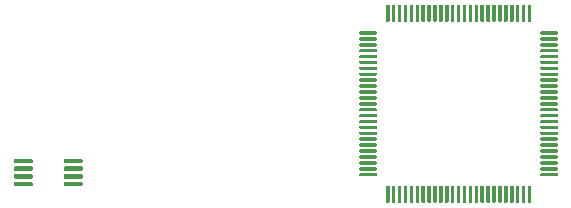
<source format=gtp>
G04 #@! TF.GenerationSoftware,KiCad,Pcbnew,(5.1.10)-1*
G04 #@! TF.CreationDate,2021-07-30T10:23:39+01:00*
G04 #@! TF.ProjectId,AudioYM2151,41756469-6f59-44d3-9231-35312e6b6963,rev?*
G04 #@! TF.SameCoordinates,Original*
G04 #@! TF.FileFunction,Paste,Top*
G04 #@! TF.FilePolarity,Positive*
%FSLAX46Y46*%
G04 Gerber Fmt 4.6, Leading zero omitted, Abs format (unit mm)*
G04 Created by KiCad (PCBNEW (5.1.10)-1) date 2021-07-30 10:23:39*
%MOMM*%
%LPD*%
G01*
G04 APERTURE LIST*
G04 APERTURE END LIST*
G36*
G01*
X163649000Y-114729500D02*
X163649000Y-113404500D01*
G75*
G02*
X163724000Y-113329500I75000J0D01*
G01*
X163874000Y-113329500D01*
G75*
G02*
X163949000Y-113404500I0J-75000D01*
G01*
X163949000Y-114729500D01*
G75*
G02*
X163874000Y-114804500I-75000J0D01*
G01*
X163724000Y-114804500D01*
G75*
G02*
X163649000Y-114729500I0J75000D01*
G01*
G37*
G36*
G01*
X164149000Y-114729500D02*
X164149000Y-113404500D01*
G75*
G02*
X164224000Y-113329500I75000J0D01*
G01*
X164374000Y-113329500D01*
G75*
G02*
X164449000Y-113404500I0J-75000D01*
G01*
X164449000Y-114729500D01*
G75*
G02*
X164374000Y-114804500I-75000J0D01*
G01*
X164224000Y-114804500D01*
G75*
G02*
X164149000Y-114729500I0J75000D01*
G01*
G37*
G36*
G01*
X164649000Y-114729500D02*
X164649000Y-113404500D01*
G75*
G02*
X164724000Y-113329500I75000J0D01*
G01*
X164874000Y-113329500D01*
G75*
G02*
X164949000Y-113404500I0J-75000D01*
G01*
X164949000Y-114729500D01*
G75*
G02*
X164874000Y-114804500I-75000J0D01*
G01*
X164724000Y-114804500D01*
G75*
G02*
X164649000Y-114729500I0J75000D01*
G01*
G37*
G36*
G01*
X165149000Y-114729500D02*
X165149000Y-113404500D01*
G75*
G02*
X165224000Y-113329500I75000J0D01*
G01*
X165374000Y-113329500D01*
G75*
G02*
X165449000Y-113404500I0J-75000D01*
G01*
X165449000Y-114729500D01*
G75*
G02*
X165374000Y-114804500I-75000J0D01*
G01*
X165224000Y-114804500D01*
G75*
G02*
X165149000Y-114729500I0J75000D01*
G01*
G37*
G36*
G01*
X165649000Y-114729500D02*
X165649000Y-113404500D01*
G75*
G02*
X165724000Y-113329500I75000J0D01*
G01*
X165874000Y-113329500D01*
G75*
G02*
X165949000Y-113404500I0J-75000D01*
G01*
X165949000Y-114729500D01*
G75*
G02*
X165874000Y-114804500I-75000J0D01*
G01*
X165724000Y-114804500D01*
G75*
G02*
X165649000Y-114729500I0J75000D01*
G01*
G37*
G36*
G01*
X166149000Y-114729500D02*
X166149000Y-113404500D01*
G75*
G02*
X166224000Y-113329500I75000J0D01*
G01*
X166374000Y-113329500D01*
G75*
G02*
X166449000Y-113404500I0J-75000D01*
G01*
X166449000Y-114729500D01*
G75*
G02*
X166374000Y-114804500I-75000J0D01*
G01*
X166224000Y-114804500D01*
G75*
G02*
X166149000Y-114729500I0J75000D01*
G01*
G37*
G36*
G01*
X166649000Y-114729500D02*
X166649000Y-113404500D01*
G75*
G02*
X166724000Y-113329500I75000J0D01*
G01*
X166874000Y-113329500D01*
G75*
G02*
X166949000Y-113404500I0J-75000D01*
G01*
X166949000Y-114729500D01*
G75*
G02*
X166874000Y-114804500I-75000J0D01*
G01*
X166724000Y-114804500D01*
G75*
G02*
X166649000Y-114729500I0J75000D01*
G01*
G37*
G36*
G01*
X167149000Y-114729500D02*
X167149000Y-113404500D01*
G75*
G02*
X167224000Y-113329500I75000J0D01*
G01*
X167374000Y-113329500D01*
G75*
G02*
X167449000Y-113404500I0J-75000D01*
G01*
X167449000Y-114729500D01*
G75*
G02*
X167374000Y-114804500I-75000J0D01*
G01*
X167224000Y-114804500D01*
G75*
G02*
X167149000Y-114729500I0J75000D01*
G01*
G37*
G36*
G01*
X167649000Y-114729500D02*
X167649000Y-113404500D01*
G75*
G02*
X167724000Y-113329500I75000J0D01*
G01*
X167874000Y-113329500D01*
G75*
G02*
X167949000Y-113404500I0J-75000D01*
G01*
X167949000Y-114729500D01*
G75*
G02*
X167874000Y-114804500I-75000J0D01*
G01*
X167724000Y-114804500D01*
G75*
G02*
X167649000Y-114729500I0J75000D01*
G01*
G37*
G36*
G01*
X168149000Y-114729500D02*
X168149000Y-113404500D01*
G75*
G02*
X168224000Y-113329500I75000J0D01*
G01*
X168374000Y-113329500D01*
G75*
G02*
X168449000Y-113404500I0J-75000D01*
G01*
X168449000Y-114729500D01*
G75*
G02*
X168374000Y-114804500I-75000J0D01*
G01*
X168224000Y-114804500D01*
G75*
G02*
X168149000Y-114729500I0J75000D01*
G01*
G37*
G36*
G01*
X168649000Y-114729500D02*
X168649000Y-113404500D01*
G75*
G02*
X168724000Y-113329500I75000J0D01*
G01*
X168874000Y-113329500D01*
G75*
G02*
X168949000Y-113404500I0J-75000D01*
G01*
X168949000Y-114729500D01*
G75*
G02*
X168874000Y-114804500I-75000J0D01*
G01*
X168724000Y-114804500D01*
G75*
G02*
X168649000Y-114729500I0J75000D01*
G01*
G37*
G36*
G01*
X169149000Y-114729500D02*
X169149000Y-113404500D01*
G75*
G02*
X169224000Y-113329500I75000J0D01*
G01*
X169374000Y-113329500D01*
G75*
G02*
X169449000Y-113404500I0J-75000D01*
G01*
X169449000Y-114729500D01*
G75*
G02*
X169374000Y-114804500I-75000J0D01*
G01*
X169224000Y-114804500D01*
G75*
G02*
X169149000Y-114729500I0J75000D01*
G01*
G37*
G36*
G01*
X169649000Y-114729500D02*
X169649000Y-113404500D01*
G75*
G02*
X169724000Y-113329500I75000J0D01*
G01*
X169874000Y-113329500D01*
G75*
G02*
X169949000Y-113404500I0J-75000D01*
G01*
X169949000Y-114729500D01*
G75*
G02*
X169874000Y-114804500I-75000J0D01*
G01*
X169724000Y-114804500D01*
G75*
G02*
X169649000Y-114729500I0J75000D01*
G01*
G37*
G36*
G01*
X170149000Y-114729500D02*
X170149000Y-113404500D01*
G75*
G02*
X170224000Y-113329500I75000J0D01*
G01*
X170374000Y-113329500D01*
G75*
G02*
X170449000Y-113404500I0J-75000D01*
G01*
X170449000Y-114729500D01*
G75*
G02*
X170374000Y-114804500I-75000J0D01*
G01*
X170224000Y-114804500D01*
G75*
G02*
X170149000Y-114729500I0J75000D01*
G01*
G37*
G36*
G01*
X170649000Y-114729500D02*
X170649000Y-113404500D01*
G75*
G02*
X170724000Y-113329500I75000J0D01*
G01*
X170874000Y-113329500D01*
G75*
G02*
X170949000Y-113404500I0J-75000D01*
G01*
X170949000Y-114729500D01*
G75*
G02*
X170874000Y-114804500I-75000J0D01*
G01*
X170724000Y-114804500D01*
G75*
G02*
X170649000Y-114729500I0J75000D01*
G01*
G37*
G36*
G01*
X171149000Y-114729500D02*
X171149000Y-113404500D01*
G75*
G02*
X171224000Y-113329500I75000J0D01*
G01*
X171374000Y-113329500D01*
G75*
G02*
X171449000Y-113404500I0J-75000D01*
G01*
X171449000Y-114729500D01*
G75*
G02*
X171374000Y-114804500I-75000J0D01*
G01*
X171224000Y-114804500D01*
G75*
G02*
X171149000Y-114729500I0J75000D01*
G01*
G37*
G36*
G01*
X171649000Y-114729500D02*
X171649000Y-113404500D01*
G75*
G02*
X171724000Y-113329500I75000J0D01*
G01*
X171874000Y-113329500D01*
G75*
G02*
X171949000Y-113404500I0J-75000D01*
G01*
X171949000Y-114729500D01*
G75*
G02*
X171874000Y-114804500I-75000J0D01*
G01*
X171724000Y-114804500D01*
G75*
G02*
X171649000Y-114729500I0J75000D01*
G01*
G37*
G36*
G01*
X172149000Y-114729500D02*
X172149000Y-113404500D01*
G75*
G02*
X172224000Y-113329500I75000J0D01*
G01*
X172374000Y-113329500D01*
G75*
G02*
X172449000Y-113404500I0J-75000D01*
G01*
X172449000Y-114729500D01*
G75*
G02*
X172374000Y-114804500I-75000J0D01*
G01*
X172224000Y-114804500D01*
G75*
G02*
X172149000Y-114729500I0J75000D01*
G01*
G37*
G36*
G01*
X172649000Y-114729500D02*
X172649000Y-113404500D01*
G75*
G02*
X172724000Y-113329500I75000J0D01*
G01*
X172874000Y-113329500D01*
G75*
G02*
X172949000Y-113404500I0J-75000D01*
G01*
X172949000Y-114729500D01*
G75*
G02*
X172874000Y-114804500I-75000J0D01*
G01*
X172724000Y-114804500D01*
G75*
G02*
X172649000Y-114729500I0J75000D01*
G01*
G37*
G36*
G01*
X173149000Y-114729500D02*
X173149000Y-113404500D01*
G75*
G02*
X173224000Y-113329500I75000J0D01*
G01*
X173374000Y-113329500D01*
G75*
G02*
X173449000Y-113404500I0J-75000D01*
G01*
X173449000Y-114729500D01*
G75*
G02*
X173374000Y-114804500I-75000J0D01*
G01*
X173224000Y-114804500D01*
G75*
G02*
X173149000Y-114729500I0J75000D01*
G01*
G37*
G36*
G01*
X173649000Y-114729500D02*
X173649000Y-113404500D01*
G75*
G02*
X173724000Y-113329500I75000J0D01*
G01*
X173874000Y-113329500D01*
G75*
G02*
X173949000Y-113404500I0J-75000D01*
G01*
X173949000Y-114729500D01*
G75*
G02*
X173874000Y-114804500I-75000J0D01*
G01*
X173724000Y-114804500D01*
G75*
G02*
X173649000Y-114729500I0J75000D01*
G01*
G37*
G36*
G01*
X174149000Y-114729500D02*
X174149000Y-113404500D01*
G75*
G02*
X174224000Y-113329500I75000J0D01*
G01*
X174374000Y-113329500D01*
G75*
G02*
X174449000Y-113404500I0J-75000D01*
G01*
X174449000Y-114729500D01*
G75*
G02*
X174374000Y-114804500I-75000J0D01*
G01*
X174224000Y-114804500D01*
G75*
G02*
X174149000Y-114729500I0J75000D01*
G01*
G37*
G36*
G01*
X174649000Y-114729500D02*
X174649000Y-113404500D01*
G75*
G02*
X174724000Y-113329500I75000J0D01*
G01*
X174874000Y-113329500D01*
G75*
G02*
X174949000Y-113404500I0J-75000D01*
G01*
X174949000Y-114729500D01*
G75*
G02*
X174874000Y-114804500I-75000J0D01*
G01*
X174724000Y-114804500D01*
G75*
G02*
X174649000Y-114729500I0J75000D01*
G01*
G37*
G36*
G01*
X175149000Y-114729500D02*
X175149000Y-113404500D01*
G75*
G02*
X175224000Y-113329500I75000J0D01*
G01*
X175374000Y-113329500D01*
G75*
G02*
X175449000Y-113404500I0J-75000D01*
G01*
X175449000Y-114729500D01*
G75*
G02*
X175374000Y-114804500I-75000J0D01*
G01*
X175224000Y-114804500D01*
G75*
G02*
X175149000Y-114729500I0J75000D01*
G01*
G37*
G36*
G01*
X175649000Y-114729500D02*
X175649000Y-113404500D01*
G75*
G02*
X175724000Y-113329500I75000J0D01*
G01*
X175874000Y-113329500D01*
G75*
G02*
X175949000Y-113404500I0J-75000D01*
G01*
X175949000Y-114729500D01*
G75*
G02*
X175874000Y-114804500I-75000J0D01*
G01*
X175724000Y-114804500D01*
G75*
G02*
X175649000Y-114729500I0J75000D01*
G01*
G37*
G36*
G01*
X176724000Y-115804500D02*
X176724000Y-115654500D01*
G75*
G02*
X176799000Y-115579500I75000J0D01*
G01*
X178124000Y-115579500D01*
G75*
G02*
X178199000Y-115654500I0J-75000D01*
G01*
X178199000Y-115804500D01*
G75*
G02*
X178124000Y-115879500I-75000J0D01*
G01*
X176799000Y-115879500D01*
G75*
G02*
X176724000Y-115804500I0J75000D01*
G01*
G37*
G36*
G01*
X176724000Y-116304500D02*
X176724000Y-116154500D01*
G75*
G02*
X176799000Y-116079500I75000J0D01*
G01*
X178124000Y-116079500D01*
G75*
G02*
X178199000Y-116154500I0J-75000D01*
G01*
X178199000Y-116304500D01*
G75*
G02*
X178124000Y-116379500I-75000J0D01*
G01*
X176799000Y-116379500D01*
G75*
G02*
X176724000Y-116304500I0J75000D01*
G01*
G37*
G36*
G01*
X176724000Y-116804500D02*
X176724000Y-116654500D01*
G75*
G02*
X176799000Y-116579500I75000J0D01*
G01*
X178124000Y-116579500D01*
G75*
G02*
X178199000Y-116654500I0J-75000D01*
G01*
X178199000Y-116804500D01*
G75*
G02*
X178124000Y-116879500I-75000J0D01*
G01*
X176799000Y-116879500D01*
G75*
G02*
X176724000Y-116804500I0J75000D01*
G01*
G37*
G36*
G01*
X176724000Y-117304500D02*
X176724000Y-117154500D01*
G75*
G02*
X176799000Y-117079500I75000J0D01*
G01*
X178124000Y-117079500D01*
G75*
G02*
X178199000Y-117154500I0J-75000D01*
G01*
X178199000Y-117304500D01*
G75*
G02*
X178124000Y-117379500I-75000J0D01*
G01*
X176799000Y-117379500D01*
G75*
G02*
X176724000Y-117304500I0J75000D01*
G01*
G37*
G36*
G01*
X176724000Y-117804500D02*
X176724000Y-117654500D01*
G75*
G02*
X176799000Y-117579500I75000J0D01*
G01*
X178124000Y-117579500D01*
G75*
G02*
X178199000Y-117654500I0J-75000D01*
G01*
X178199000Y-117804500D01*
G75*
G02*
X178124000Y-117879500I-75000J0D01*
G01*
X176799000Y-117879500D01*
G75*
G02*
X176724000Y-117804500I0J75000D01*
G01*
G37*
G36*
G01*
X176724000Y-118304500D02*
X176724000Y-118154500D01*
G75*
G02*
X176799000Y-118079500I75000J0D01*
G01*
X178124000Y-118079500D01*
G75*
G02*
X178199000Y-118154500I0J-75000D01*
G01*
X178199000Y-118304500D01*
G75*
G02*
X178124000Y-118379500I-75000J0D01*
G01*
X176799000Y-118379500D01*
G75*
G02*
X176724000Y-118304500I0J75000D01*
G01*
G37*
G36*
G01*
X176724000Y-118804500D02*
X176724000Y-118654500D01*
G75*
G02*
X176799000Y-118579500I75000J0D01*
G01*
X178124000Y-118579500D01*
G75*
G02*
X178199000Y-118654500I0J-75000D01*
G01*
X178199000Y-118804500D01*
G75*
G02*
X178124000Y-118879500I-75000J0D01*
G01*
X176799000Y-118879500D01*
G75*
G02*
X176724000Y-118804500I0J75000D01*
G01*
G37*
G36*
G01*
X176724000Y-119304500D02*
X176724000Y-119154500D01*
G75*
G02*
X176799000Y-119079500I75000J0D01*
G01*
X178124000Y-119079500D01*
G75*
G02*
X178199000Y-119154500I0J-75000D01*
G01*
X178199000Y-119304500D01*
G75*
G02*
X178124000Y-119379500I-75000J0D01*
G01*
X176799000Y-119379500D01*
G75*
G02*
X176724000Y-119304500I0J75000D01*
G01*
G37*
G36*
G01*
X176724000Y-119804500D02*
X176724000Y-119654500D01*
G75*
G02*
X176799000Y-119579500I75000J0D01*
G01*
X178124000Y-119579500D01*
G75*
G02*
X178199000Y-119654500I0J-75000D01*
G01*
X178199000Y-119804500D01*
G75*
G02*
X178124000Y-119879500I-75000J0D01*
G01*
X176799000Y-119879500D01*
G75*
G02*
X176724000Y-119804500I0J75000D01*
G01*
G37*
G36*
G01*
X176724000Y-120304500D02*
X176724000Y-120154500D01*
G75*
G02*
X176799000Y-120079500I75000J0D01*
G01*
X178124000Y-120079500D01*
G75*
G02*
X178199000Y-120154500I0J-75000D01*
G01*
X178199000Y-120304500D01*
G75*
G02*
X178124000Y-120379500I-75000J0D01*
G01*
X176799000Y-120379500D01*
G75*
G02*
X176724000Y-120304500I0J75000D01*
G01*
G37*
G36*
G01*
X176724000Y-120804500D02*
X176724000Y-120654500D01*
G75*
G02*
X176799000Y-120579500I75000J0D01*
G01*
X178124000Y-120579500D01*
G75*
G02*
X178199000Y-120654500I0J-75000D01*
G01*
X178199000Y-120804500D01*
G75*
G02*
X178124000Y-120879500I-75000J0D01*
G01*
X176799000Y-120879500D01*
G75*
G02*
X176724000Y-120804500I0J75000D01*
G01*
G37*
G36*
G01*
X176724000Y-121304500D02*
X176724000Y-121154500D01*
G75*
G02*
X176799000Y-121079500I75000J0D01*
G01*
X178124000Y-121079500D01*
G75*
G02*
X178199000Y-121154500I0J-75000D01*
G01*
X178199000Y-121304500D01*
G75*
G02*
X178124000Y-121379500I-75000J0D01*
G01*
X176799000Y-121379500D01*
G75*
G02*
X176724000Y-121304500I0J75000D01*
G01*
G37*
G36*
G01*
X176724000Y-121804500D02*
X176724000Y-121654500D01*
G75*
G02*
X176799000Y-121579500I75000J0D01*
G01*
X178124000Y-121579500D01*
G75*
G02*
X178199000Y-121654500I0J-75000D01*
G01*
X178199000Y-121804500D01*
G75*
G02*
X178124000Y-121879500I-75000J0D01*
G01*
X176799000Y-121879500D01*
G75*
G02*
X176724000Y-121804500I0J75000D01*
G01*
G37*
G36*
G01*
X176724000Y-122304500D02*
X176724000Y-122154500D01*
G75*
G02*
X176799000Y-122079500I75000J0D01*
G01*
X178124000Y-122079500D01*
G75*
G02*
X178199000Y-122154500I0J-75000D01*
G01*
X178199000Y-122304500D01*
G75*
G02*
X178124000Y-122379500I-75000J0D01*
G01*
X176799000Y-122379500D01*
G75*
G02*
X176724000Y-122304500I0J75000D01*
G01*
G37*
G36*
G01*
X176724000Y-122804500D02*
X176724000Y-122654500D01*
G75*
G02*
X176799000Y-122579500I75000J0D01*
G01*
X178124000Y-122579500D01*
G75*
G02*
X178199000Y-122654500I0J-75000D01*
G01*
X178199000Y-122804500D01*
G75*
G02*
X178124000Y-122879500I-75000J0D01*
G01*
X176799000Y-122879500D01*
G75*
G02*
X176724000Y-122804500I0J75000D01*
G01*
G37*
G36*
G01*
X176724000Y-123304500D02*
X176724000Y-123154500D01*
G75*
G02*
X176799000Y-123079500I75000J0D01*
G01*
X178124000Y-123079500D01*
G75*
G02*
X178199000Y-123154500I0J-75000D01*
G01*
X178199000Y-123304500D01*
G75*
G02*
X178124000Y-123379500I-75000J0D01*
G01*
X176799000Y-123379500D01*
G75*
G02*
X176724000Y-123304500I0J75000D01*
G01*
G37*
G36*
G01*
X176724000Y-123804500D02*
X176724000Y-123654500D01*
G75*
G02*
X176799000Y-123579500I75000J0D01*
G01*
X178124000Y-123579500D01*
G75*
G02*
X178199000Y-123654500I0J-75000D01*
G01*
X178199000Y-123804500D01*
G75*
G02*
X178124000Y-123879500I-75000J0D01*
G01*
X176799000Y-123879500D01*
G75*
G02*
X176724000Y-123804500I0J75000D01*
G01*
G37*
G36*
G01*
X176724000Y-124304500D02*
X176724000Y-124154500D01*
G75*
G02*
X176799000Y-124079500I75000J0D01*
G01*
X178124000Y-124079500D01*
G75*
G02*
X178199000Y-124154500I0J-75000D01*
G01*
X178199000Y-124304500D01*
G75*
G02*
X178124000Y-124379500I-75000J0D01*
G01*
X176799000Y-124379500D01*
G75*
G02*
X176724000Y-124304500I0J75000D01*
G01*
G37*
G36*
G01*
X176724000Y-124804500D02*
X176724000Y-124654500D01*
G75*
G02*
X176799000Y-124579500I75000J0D01*
G01*
X178124000Y-124579500D01*
G75*
G02*
X178199000Y-124654500I0J-75000D01*
G01*
X178199000Y-124804500D01*
G75*
G02*
X178124000Y-124879500I-75000J0D01*
G01*
X176799000Y-124879500D01*
G75*
G02*
X176724000Y-124804500I0J75000D01*
G01*
G37*
G36*
G01*
X176724000Y-125304500D02*
X176724000Y-125154500D01*
G75*
G02*
X176799000Y-125079500I75000J0D01*
G01*
X178124000Y-125079500D01*
G75*
G02*
X178199000Y-125154500I0J-75000D01*
G01*
X178199000Y-125304500D01*
G75*
G02*
X178124000Y-125379500I-75000J0D01*
G01*
X176799000Y-125379500D01*
G75*
G02*
X176724000Y-125304500I0J75000D01*
G01*
G37*
G36*
G01*
X176724000Y-125804500D02*
X176724000Y-125654500D01*
G75*
G02*
X176799000Y-125579500I75000J0D01*
G01*
X178124000Y-125579500D01*
G75*
G02*
X178199000Y-125654500I0J-75000D01*
G01*
X178199000Y-125804500D01*
G75*
G02*
X178124000Y-125879500I-75000J0D01*
G01*
X176799000Y-125879500D01*
G75*
G02*
X176724000Y-125804500I0J75000D01*
G01*
G37*
G36*
G01*
X176724000Y-126304500D02*
X176724000Y-126154500D01*
G75*
G02*
X176799000Y-126079500I75000J0D01*
G01*
X178124000Y-126079500D01*
G75*
G02*
X178199000Y-126154500I0J-75000D01*
G01*
X178199000Y-126304500D01*
G75*
G02*
X178124000Y-126379500I-75000J0D01*
G01*
X176799000Y-126379500D01*
G75*
G02*
X176724000Y-126304500I0J75000D01*
G01*
G37*
G36*
G01*
X176724000Y-126804500D02*
X176724000Y-126654500D01*
G75*
G02*
X176799000Y-126579500I75000J0D01*
G01*
X178124000Y-126579500D01*
G75*
G02*
X178199000Y-126654500I0J-75000D01*
G01*
X178199000Y-126804500D01*
G75*
G02*
X178124000Y-126879500I-75000J0D01*
G01*
X176799000Y-126879500D01*
G75*
G02*
X176724000Y-126804500I0J75000D01*
G01*
G37*
G36*
G01*
X176724000Y-127304500D02*
X176724000Y-127154500D01*
G75*
G02*
X176799000Y-127079500I75000J0D01*
G01*
X178124000Y-127079500D01*
G75*
G02*
X178199000Y-127154500I0J-75000D01*
G01*
X178199000Y-127304500D01*
G75*
G02*
X178124000Y-127379500I-75000J0D01*
G01*
X176799000Y-127379500D01*
G75*
G02*
X176724000Y-127304500I0J75000D01*
G01*
G37*
G36*
G01*
X176724000Y-127804500D02*
X176724000Y-127654500D01*
G75*
G02*
X176799000Y-127579500I75000J0D01*
G01*
X178124000Y-127579500D01*
G75*
G02*
X178199000Y-127654500I0J-75000D01*
G01*
X178199000Y-127804500D01*
G75*
G02*
X178124000Y-127879500I-75000J0D01*
G01*
X176799000Y-127879500D01*
G75*
G02*
X176724000Y-127804500I0J75000D01*
G01*
G37*
G36*
G01*
X175649000Y-130054500D02*
X175649000Y-128729500D01*
G75*
G02*
X175724000Y-128654500I75000J0D01*
G01*
X175874000Y-128654500D01*
G75*
G02*
X175949000Y-128729500I0J-75000D01*
G01*
X175949000Y-130054500D01*
G75*
G02*
X175874000Y-130129500I-75000J0D01*
G01*
X175724000Y-130129500D01*
G75*
G02*
X175649000Y-130054500I0J75000D01*
G01*
G37*
G36*
G01*
X175149000Y-130054500D02*
X175149000Y-128729500D01*
G75*
G02*
X175224000Y-128654500I75000J0D01*
G01*
X175374000Y-128654500D01*
G75*
G02*
X175449000Y-128729500I0J-75000D01*
G01*
X175449000Y-130054500D01*
G75*
G02*
X175374000Y-130129500I-75000J0D01*
G01*
X175224000Y-130129500D01*
G75*
G02*
X175149000Y-130054500I0J75000D01*
G01*
G37*
G36*
G01*
X174649000Y-130054500D02*
X174649000Y-128729500D01*
G75*
G02*
X174724000Y-128654500I75000J0D01*
G01*
X174874000Y-128654500D01*
G75*
G02*
X174949000Y-128729500I0J-75000D01*
G01*
X174949000Y-130054500D01*
G75*
G02*
X174874000Y-130129500I-75000J0D01*
G01*
X174724000Y-130129500D01*
G75*
G02*
X174649000Y-130054500I0J75000D01*
G01*
G37*
G36*
G01*
X174149000Y-130054500D02*
X174149000Y-128729500D01*
G75*
G02*
X174224000Y-128654500I75000J0D01*
G01*
X174374000Y-128654500D01*
G75*
G02*
X174449000Y-128729500I0J-75000D01*
G01*
X174449000Y-130054500D01*
G75*
G02*
X174374000Y-130129500I-75000J0D01*
G01*
X174224000Y-130129500D01*
G75*
G02*
X174149000Y-130054500I0J75000D01*
G01*
G37*
G36*
G01*
X173649000Y-130054500D02*
X173649000Y-128729500D01*
G75*
G02*
X173724000Y-128654500I75000J0D01*
G01*
X173874000Y-128654500D01*
G75*
G02*
X173949000Y-128729500I0J-75000D01*
G01*
X173949000Y-130054500D01*
G75*
G02*
X173874000Y-130129500I-75000J0D01*
G01*
X173724000Y-130129500D01*
G75*
G02*
X173649000Y-130054500I0J75000D01*
G01*
G37*
G36*
G01*
X173149000Y-130054500D02*
X173149000Y-128729500D01*
G75*
G02*
X173224000Y-128654500I75000J0D01*
G01*
X173374000Y-128654500D01*
G75*
G02*
X173449000Y-128729500I0J-75000D01*
G01*
X173449000Y-130054500D01*
G75*
G02*
X173374000Y-130129500I-75000J0D01*
G01*
X173224000Y-130129500D01*
G75*
G02*
X173149000Y-130054500I0J75000D01*
G01*
G37*
G36*
G01*
X172649000Y-130054500D02*
X172649000Y-128729500D01*
G75*
G02*
X172724000Y-128654500I75000J0D01*
G01*
X172874000Y-128654500D01*
G75*
G02*
X172949000Y-128729500I0J-75000D01*
G01*
X172949000Y-130054500D01*
G75*
G02*
X172874000Y-130129500I-75000J0D01*
G01*
X172724000Y-130129500D01*
G75*
G02*
X172649000Y-130054500I0J75000D01*
G01*
G37*
G36*
G01*
X172149000Y-130054500D02*
X172149000Y-128729500D01*
G75*
G02*
X172224000Y-128654500I75000J0D01*
G01*
X172374000Y-128654500D01*
G75*
G02*
X172449000Y-128729500I0J-75000D01*
G01*
X172449000Y-130054500D01*
G75*
G02*
X172374000Y-130129500I-75000J0D01*
G01*
X172224000Y-130129500D01*
G75*
G02*
X172149000Y-130054500I0J75000D01*
G01*
G37*
G36*
G01*
X171649000Y-130054500D02*
X171649000Y-128729500D01*
G75*
G02*
X171724000Y-128654500I75000J0D01*
G01*
X171874000Y-128654500D01*
G75*
G02*
X171949000Y-128729500I0J-75000D01*
G01*
X171949000Y-130054500D01*
G75*
G02*
X171874000Y-130129500I-75000J0D01*
G01*
X171724000Y-130129500D01*
G75*
G02*
X171649000Y-130054500I0J75000D01*
G01*
G37*
G36*
G01*
X171149000Y-130054500D02*
X171149000Y-128729500D01*
G75*
G02*
X171224000Y-128654500I75000J0D01*
G01*
X171374000Y-128654500D01*
G75*
G02*
X171449000Y-128729500I0J-75000D01*
G01*
X171449000Y-130054500D01*
G75*
G02*
X171374000Y-130129500I-75000J0D01*
G01*
X171224000Y-130129500D01*
G75*
G02*
X171149000Y-130054500I0J75000D01*
G01*
G37*
G36*
G01*
X170649000Y-130054500D02*
X170649000Y-128729500D01*
G75*
G02*
X170724000Y-128654500I75000J0D01*
G01*
X170874000Y-128654500D01*
G75*
G02*
X170949000Y-128729500I0J-75000D01*
G01*
X170949000Y-130054500D01*
G75*
G02*
X170874000Y-130129500I-75000J0D01*
G01*
X170724000Y-130129500D01*
G75*
G02*
X170649000Y-130054500I0J75000D01*
G01*
G37*
G36*
G01*
X170149000Y-130054500D02*
X170149000Y-128729500D01*
G75*
G02*
X170224000Y-128654500I75000J0D01*
G01*
X170374000Y-128654500D01*
G75*
G02*
X170449000Y-128729500I0J-75000D01*
G01*
X170449000Y-130054500D01*
G75*
G02*
X170374000Y-130129500I-75000J0D01*
G01*
X170224000Y-130129500D01*
G75*
G02*
X170149000Y-130054500I0J75000D01*
G01*
G37*
G36*
G01*
X169649000Y-130054500D02*
X169649000Y-128729500D01*
G75*
G02*
X169724000Y-128654500I75000J0D01*
G01*
X169874000Y-128654500D01*
G75*
G02*
X169949000Y-128729500I0J-75000D01*
G01*
X169949000Y-130054500D01*
G75*
G02*
X169874000Y-130129500I-75000J0D01*
G01*
X169724000Y-130129500D01*
G75*
G02*
X169649000Y-130054500I0J75000D01*
G01*
G37*
G36*
G01*
X169149000Y-130054500D02*
X169149000Y-128729500D01*
G75*
G02*
X169224000Y-128654500I75000J0D01*
G01*
X169374000Y-128654500D01*
G75*
G02*
X169449000Y-128729500I0J-75000D01*
G01*
X169449000Y-130054500D01*
G75*
G02*
X169374000Y-130129500I-75000J0D01*
G01*
X169224000Y-130129500D01*
G75*
G02*
X169149000Y-130054500I0J75000D01*
G01*
G37*
G36*
G01*
X168649000Y-130054500D02*
X168649000Y-128729500D01*
G75*
G02*
X168724000Y-128654500I75000J0D01*
G01*
X168874000Y-128654500D01*
G75*
G02*
X168949000Y-128729500I0J-75000D01*
G01*
X168949000Y-130054500D01*
G75*
G02*
X168874000Y-130129500I-75000J0D01*
G01*
X168724000Y-130129500D01*
G75*
G02*
X168649000Y-130054500I0J75000D01*
G01*
G37*
G36*
G01*
X168149000Y-130054500D02*
X168149000Y-128729500D01*
G75*
G02*
X168224000Y-128654500I75000J0D01*
G01*
X168374000Y-128654500D01*
G75*
G02*
X168449000Y-128729500I0J-75000D01*
G01*
X168449000Y-130054500D01*
G75*
G02*
X168374000Y-130129500I-75000J0D01*
G01*
X168224000Y-130129500D01*
G75*
G02*
X168149000Y-130054500I0J75000D01*
G01*
G37*
G36*
G01*
X167649000Y-130054500D02*
X167649000Y-128729500D01*
G75*
G02*
X167724000Y-128654500I75000J0D01*
G01*
X167874000Y-128654500D01*
G75*
G02*
X167949000Y-128729500I0J-75000D01*
G01*
X167949000Y-130054500D01*
G75*
G02*
X167874000Y-130129500I-75000J0D01*
G01*
X167724000Y-130129500D01*
G75*
G02*
X167649000Y-130054500I0J75000D01*
G01*
G37*
G36*
G01*
X167149000Y-130054500D02*
X167149000Y-128729500D01*
G75*
G02*
X167224000Y-128654500I75000J0D01*
G01*
X167374000Y-128654500D01*
G75*
G02*
X167449000Y-128729500I0J-75000D01*
G01*
X167449000Y-130054500D01*
G75*
G02*
X167374000Y-130129500I-75000J0D01*
G01*
X167224000Y-130129500D01*
G75*
G02*
X167149000Y-130054500I0J75000D01*
G01*
G37*
G36*
G01*
X166649000Y-130054500D02*
X166649000Y-128729500D01*
G75*
G02*
X166724000Y-128654500I75000J0D01*
G01*
X166874000Y-128654500D01*
G75*
G02*
X166949000Y-128729500I0J-75000D01*
G01*
X166949000Y-130054500D01*
G75*
G02*
X166874000Y-130129500I-75000J0D01*
G01*
X166724000Y-130129500D01*
G75*
G02*
X166649000Y-130054500I0J75000D01*
G01*
G37*
G36*
G01*
X166149000Y-130054500D02*
X166149000Y-128729500D01*
G75*
G02*
X166224000Y-128654500I75000J0D01*
G01*
X166374000Y-128654500D01*
G75*
G02*
X166449000Y-128729500I0J-75000D01*
G01*
X166449000Y-130054500D01*
G75*
G02*
X166374000Y-130129500I-75000J0D01*
G01*
X166224000Y-130129500D01*
G75*
G02*
X166149000Y-130054500I0J75000D01*
G01*
G37*
G36*
G01*
X165649000Y-130054500D02*
X165649000Y-128729500D01*
G75*
G02*
X165724000Y-128654500I75000J0D01*
G01*
X165874000Y-128654500D01*
G75*
G02*
X165949000Y-128729500I0J-75000D01*
G01*
X165949000Y-130054500D01*
G75*
G02*
X165874000Y-130129500I-75000J0D01*
G01*
X165724000Y-130129500D01*
G75*
G02*
X165649000Y-130054500I0J75000D01*
G01*
G37*
G36*
G01*
X165149000Y-130054500D02*
X165149000Y-128729500D01*
G75*
G02*
X165224000Y-128654500I75000J0D01*
G01*
X165374000Y-128654500D01*
G75*
G02*
X165449000Y-128729500I0J-75000D01*
G01*
X165449000Y-130054500D01*
G75*
G02*
X165374000Y-130129500I-75000J0D01*
G01*
X165224000Y-130129500D01*
G75*
G02*
X165149000Y-130054500I0J75000D01*
G01*
G37*
G36*
G01*
X164649000Y-130054500D02*
X164649000Y-128729500D01*
G75*
G02*
X164724000Y-128654500I75000J0D01*
G01*
X164874000Y-128654500D01*
G75*
G02*
X164949000Y-128729500I0J-75000D01*
G01*
X164949000Y-130054500D01*
G75*
G02*
X164874000Y-130129500I-75000J0D01*
G01*
X164724000Y-130129500D01*
G75*
G02*
X164649000Y-130054500I0J75000D01*
G01*
G37*
G36*
G01*
X164149000Y-130054500D02*
X164149000Y-128729500D01*
G75*
G02*
X164224000Y-128654500I75000J0D01*
G01*
X164374000Y-128654500D01*
G75*
G02*
X164449000Y-128729500I0J-75000D01*
G01*
X164449000Y-130054500D01*
G75*
G02*
X164374000Y-130129500I-75000J0D01*
G01*
X164224000Y-130129500D01*
G75*
G02*
X164149000Y-130054500I0J75000D01*
G01*
G37*
G36*
G01*
X163649000Y-130054500D02*
X163649000Y-128729500D01*
G75*
G02*
X163724000Y-128654500I75000J0D01*
G01*
X163874000Y-128654500D01*
G75*
G02*
X163949000Y-128729500I0J-75000D01*
G01*
X163949000Y-130054500D01*
G75*
G02*
X163874000Y-130129500I-75000J0D01*
G01*
X163724000Y-130129500D01*
G75*
G02*
X163649000Y-130054500I0J75000D01*
G01*
G37*
G36*
G01*
X161399000Y-127804500D02*
X161399000Y-127654500D01*
G75*
G02*
X161474000Y-127579500I75000J0D01*
G01*
X162799000Y-127579500D01*
G75*
G02*
X162874000Y-127654500I0J-75000D01*
G01*
X162874000Y-127804500D01*
G75*
G02*
X162799000Y-127879500I-75000J0D01*
G01*
X161474000Y-127879500D01*
G75*
G02*
X161399000Y-127804500I0J75000D01*
G01*
G37*
G36*
G01*
X161399000Y-127304500D02*
X161399000Y-127154500D01*
G75*
G02*
X161474000Y-127079500I75000J0D01*
G01*
X162799000Y-127079500D01*
G75*
G02*
X162874000Y-127154500I0J-75000D01*
G01*
X162874000Y-127304500D01*
G75*
G02*
X162799000Y-127379500I-75000J0D01*
G01*
X161474000Y-127379500D01*
G75*
G02*
X161399000Y-127304500I0J75000D01*
G01*
G37*
G36*
G01*
X161399000Y-126804500D02*
X161399000Y-126654500D01*
G75*
G02*
X161474000Y-126579500I75000J0D01*
G01*
X162799000Y-126579500D01*
G75*
G02*
X162874000Y-126654500I0J-75000D01*
G01*
X162874000Y-126804500D01*
G75*
G02*
X162799000Y-126879500I-75000J0D01*
G01*
X161474000Y-126879500D01*
G75*
G02*
X161399000Y-126804500I0J75000D01*
G01*
G37*
G36*
G01*
X161399000Y-126304500D02*
X161399000Y-126154500D01*
G75*
G02*
X161474000Y-126079500I75000J0D01*
G01*
X162799000Y-126079500D01*
G75*
G02*
X162874000Y-126154500I0J-75000D01*
G01*
X162874000Y-126304500D01*
G75*
G02*
X162799000Y-126379500I-75000J0D01*
G01*
X161474000Y-126379500D01*
G75*
G02*
X161399000Y-126304500I0J75000D01*
G01*
G37*
G36*
G01*
X161399000Y-125804500D02*
X161399000Y-125654500D01*
G75*
G02*
X161474000Y-125579500I75000J0D01*
G01*
X162799000Y-125579500D01*
G75*
G02*
X162874000Y-125654500I0J-75000D01*
G01*
X162874000Y-125804500D01*
G75*
G02*
X162799000Y-125879500I-75000J0D01*
G01*
X161474000Y-125879500D01*
G75*
G02*
X161399000Y-125804500I0J75000D01*
G01*
G37*
G36*
G01*
X161399000Y-125304500D02*
X161399000Y-125154500D01*
G75*
G02*
X161474000Y-125079500I75000J0D01*
G01*
X162799000Y-125079500D01*
G75*
G02*
X162874000Y-125154500I0J-75000D01*
G01*
X162874000Y-125304500D01*
G75*
G02*
X162799000Y-125379500I-75000J0D01*
G01*
X161474000Y-125379500D01*
G75*
G02*
X161399000Y-125304500I0J75000D01*
G01*
G37*
G36*
G01*
X161399000Y-124804500D02*
X161399000Y-124654500D01*
G75*
G02*
X161474000Y-124579500I75000J0D01*
G01*
X162799000Y-124579500D01*
G75*
G02*
X162874000Y-124654500I0J-75000D01*
G01*
X162874000Y-124804500D01*
G75*
G02*
X162799000Y-124879500I-75000J0D01*
G01*
X161474000Y-124879500D01*
G75*
G02*
X161399000Y-124804500I0J75000D01*
G01*
G37*
G36*
G01*
X161399000Y-124304500D02*
X161399000Y-124154500D01*
G75*
G02*
X161474000Y-124079500I75000J0D01*
G01*
X162799000Y-124079500D01*
G75*
G02*
X162874000Y-124154500I0J-75000D01*
G01*
X162874000Y-124304500D01*
G75*
G02*
X162799000Y-124379500I-75000J0D01*
G01*
X161474000Y-124379500D01*
G75*
G02*
X161399000Y-124304500I0J75000D01*
G01*
G37*
G36*
G01*
X161399000Y-123804500D02*
X161399000Y-123654500D01*
G75*
G02*
X161474000Y-123579500I75000J0D01*
G01*
X162799000Y-123579500D01*
G75*
G02*
X162874000Y-123654500I0J-75000D01*
G01*
X162874000Y-123804500D01*
G75*
G02*
X162799000Y-123879500I-75000J0D01*
G01*
X161474000Y-123879500D01*
G75*
G02*
X161399000Y-123804500I0J75000D01*
G01*
G37*
G36*
G01*
X161399000Y-123304500D02*
X161399000Y-123154500D01*
G75*
G02*
X161474000Y-123079500I75000J0D01*
G01*
X162799000Y-123079500D01*
G75*
G02*
X162874000Y-123154500I0J-75000D01*
G01*
X162874000Y-123304500D01*
G75*
G02*
X162799000Y-123379500I-75000J0D01*
G01*
X161474000Y-123379500D01*
G75*
G02*
X161399000Y-123304500I0J75000D01*
G01*
G37*
G36*
G01*
X161399000Y-122804500D02*
X161399000Y-122654500D01*
G75*
G02*
X161474000Y-122579500I75000J0D01*
G01*
X162799000Y-122579500D01*
G75*
G02*
X162874000Y-122654500I0J-75000D01*
G01*
X162874000Y-122804500D01*
G75*
G02*
X162799000Y-122879500I-75000J0D01*
G01*
X161474000Y-122879500D01*
G75*
G02*
X161399000Y-122804500I0J75000D01*
G01*
G37*
G36*
G01*
X161399000Y-122304500D02*
X161399000Y-122154500D01*
G75*
G02*
X161474000Y-122079500I75000J0D01*
G01*
X162799000Y-122079500D01*
G75*
G02*
X162874000Y-122154500I0J-75000D01*
G01*
X162874000Y-122304500D01*
G75*
G02*
X162799000Y-122379500I-75000J0D01*
G01*
X161474000Y-122379500D01*
G75*
G02*
X161399000Y-122304500I0J75000D01*
G01*
G37*
G36*
G01*
X161399000Y-121804500D02*
X161399000Y-121654500D01*
G75*
G02*
X161474000Y-121579500I75000J0D01*
G01*
X162799000Y-121579500D01*
G75*
G02*
X162874000Y-121654500I0J-75000D01*
G01*
X162874000Y-121804500D01*
G75*
G02*
X162799000Y-121879500I-75000J0D01*
G01*
X161474000Y-121879500D01*
G75*
G02*
X161399000Y-121804500I0J75000D01*
G01*
G37*
G36*
G01*
X161399000Y-121304500D02*
X161399000Y-121154500D01*
G75*
G02*
X161474000Y-121079500I75000J0D01*
G01*
X162799000Y-121079500D01*
G75*
G02*
X162874000Y-121154500I0J-75000D01*
G01*
X162874000Y-121304500D01*
G75*
G02*
X162799000Y-121379500I-75000J0D01*
G01*
X161474000Y-121379500D01*
G75*
G02*
X161399000Y-121304500I0J75000D01*
G01*
G37*
G36*
G01*
X161399000Y-120804500D02*
X161399000Y-120654500D01*
G75*
G02*
X161474000Y-120579500I75000J0D01*
G01*
X162799000Y-120579500D01*
G75*
G02*
X162874000Y-120654500I0J-75000D01*
G01*
X162874000Y-120804500D01*
G75*
G02*
X162799000Y-120879500I-75000J0D01*
G01*
X161474000Y-120879500D01*
G75*
G02*
X161399000Y-120804500I0J75000D01*
G01*
G37*
G36*
G01*
X161399000Y-120304500D02*
X161399000Y-120154500D01*
G75*
G02*
X161474000Y-120079500I75000J0D01*
G01*
X162799000Y-120079500D01*
G75*
G02*
X162874000Y-120154500I0J-75000D01*
G01*
X162874000Y-120304500D01*
G75*
G02*
X162799000Y-120379500I-75000J0D01*
G01*
X161474000Y-120379500D01*
G75*
G02*
X161399000Y-120304500I0J75000D01*
G01*
G37*
G36*
G01*
X161399000Y-119804500D02*
X161399000Y-119654500D01*
G75*
G02*
X161474000Y-119579500I75000J0D01*
G01*
X162799000Y-119579500D01*
G75*
G02*
X162874000Y-119654500I0J-75000D01*
G01*
X162874000Y-119804500D01*
G75*
G02*
X162799000Y-119879500I-75000J0D01*
G01*
X161474000Y-119879500D01*
G75*
G02*
X161399000Y-119804500I0J75000D01*
G01*
G37*
G36*
G01*
X161399000Y-119304500D02*
X161399000Y-119154500D01*
G75*
G02*
X161474000Y-119079500I75000J0D01*
G01*
X162799000Y-119079500D01*
G75*
G02*
X162874000Y-119154500I0J-75000D01*
G01*
X162874000Y-119304500D01*
G75*
G02*
X162799000Y-119379500I-75000J0D01*
G01*
X161474000Y-119379500D01*
G75*
G02*
X161399000Y-119304500I0J75000D01*
G01*
G37*
G36*
G01*
X161399000Y-118804500D02*
X161399000Y-118654500D01*
G75*
G02*
X161474000Y-118579500I75000J0D01*
G01*
X162799000Y-118579500D01*
G75*
G02*
X162874000Y-118654500I0J-75000D01*
G01*
X162874000Y-118804500D01*
G75*
G02*
X162799000Y-118879500I-75000J0D01*
G01*
X161474000Y-118879500D01*
G75*
G02*
X161399000Y-118804500I0J75000D01*
G01*
G37*
G36*
G01*
X161399000Y-118304500D02*
X161399000Y-118154500D01*
G75*
G02*
X161474000Y-118079500I75000J0D01*
G01*
X162799000Y-118079500D01*
G75*
G02*
X162874000Y-118154500I0J-75000D01*
G01*
X162874000Y-118304500D01*
G75*
G02*
X162799000Y-118379500I-75000J0D01*
G01*
X161474000Y-118379500D01*
G75*
G02*
X161399000Y-118304500I0J75000D01*
G01*
G37*
G36*
G01*
X161399000Y-117804500D02*
X161399000Y-117654500D01*
G75*
G02*
X161474000Y-117579500I75000J0D01*
G01*
X162799000Y-117579500D01*
G75*
G02*
X162874000Y-117654500I0J-75000D01*
G01*
X162874000Y-117804500D01*
G75*
G02*
X162799000Y-117879500I-75000J0D01*
G01*
X161474000Y-117879500D01*
G75*
G02*
X161399000Y-117804500I0J75000D01*
G01*
G37*
G36*
G01*
X161399000Y-117304500D02*
X161399000Y-117154500D01*
G75*
G02*
X161474000Y-117079500I75000J0D01*
G01*
X162799000Y-117079500D01*
G75*
G02*
X162874000Y-117154500I0J-75000D01*
G01*
X162874000Y-117304500D01*
G75*
G02*
X162799000Y-117379500I-75000J0D01*
G01*
X161474000Y-117379500D01*
G75*
G02*
X161399000Y-117304500I0J75000D01*
G01*
G37*
G36*
G01*
X161399000Y-116804500D02*
X161399000Y-116654500D01*
G75*
G02*
X161474000Y-116579500I75000J0D01*
G01*
X162799000Y-116579500D01*
G75*
G02*
X162874000Y-116654500I0J-75000D01*
G01*
X162874000Y-116804500D01*
G75*
G02*
X162799000Y-116879500I-75000J0D01*
G01*
X161474000Y-116879500D01*
G75*
G02*
X161399000Y-116804500I0J75000D01*
G01*
G37*
G36*
G01*
X161399000Y-116304500D02*
X161399000Y-116154500D01*
G75*
G02*
X161474000Y-116079500I75000J0D01*
G01*
X162799000Y-116079500D01*
G75*
G02*
X162874000Y-116154500I0J-75000D01*
G01*
X162874000Y-116304500D01*
G75*
G02*
X162799000Y-116379500I-75000J0D01*
G01*
X161474000Y-116379500D01*
G75*
G02*
X161399000Y-116304500I0J75000D01*
G01*
G37*
G36*
G01*
X161399000Y-115804500D02*
X161399000Y-115654500D01*
G75*
G02*
X161474000Y-115579500I75000J0D01*
G01*
X162799000Y-115579500D01*
G75*
G02*
X162874000Y-115654500I0J-75000D01*
G01*
X162874000Y-115804500D01*
G75*
G02*
X162799000Y-115879500I-75000J0D01*
G01*
X161474000Y-115879500D01*
G75*
G02*
X161399000Y-115804500I0J75000D01*
G01*
G37*
G36*
G01*
X133747500Y-128424000D02*
X133747500Y-128624000D01*
G75*
G02*
X133647500Y-128724000I-100000J0D01*
G01*
X132222500Y-128724000D01*
G75*
G02*
X132122500Y-128624000I0J100000D01*
G01*
X132122500Y-128424000D01*
G75*
G02*
X132222500Y-128324000I100000J0D01*
G01*
X133647500Y-128324000D01*
G75*
G02*
X133747500Y-128424000I0J-100000D01*
G01*
G37*
G36*
G01*
X133747500Y-127774000D02*
X133747500Y-127974000D01*
G75*
G02*
X133647500Y-128074000I-100000J0D01*
G01*
X132222500Y-128074000D01*
G75*
G02*
X132122500Y-127974000I0J100000D01*
G01*
X132122500Y-127774000D01*
G75*
G02*
X132222500Y-127674000I100000J0D01*
G01*
X133647500Y-127674000D01*
G75*
G02*
X133747500Y-127774000I0J-100000D01*
G01*
G37*
G36*
G01*
X133747500Y-127124000D02*
X133747500Y-127324000D01*
G75*
G02*
X133647500Y-127424000I-100000J0D01*
G01*
X132222500Y-127424000D01*
G75*
G02*
X132122500Y-127324000I0J100000D01*
G01*
X132122500Y-127124000D01*
G75*
G02*
X132222500Y-127024000I100000J0D01*
G01*
X133647500Y-127024000D01*
G75*
G02*
X133747500Y-127124000I0J-100000D01*
G01*
G37*
G36*
G01*
X133747500Y-126474000D02*
X133747500Y-126674000D01*
G75*
G02*
X133647500Y-126774000I-100000J0D01*
G01*
X132222500Y-126774000D01*
G75*
G02*
X132122500Y-126674000I0J100000D01*
G01*
X132122500Y-126474000D01*
G75*
G02*
X132222500Y-126374000I100000J0D01*
G01*
X133647500Y-126374000D01*
G75*
G02*
X133747500Y-126474000I0J-100000D01*
G01*
G37*
G36*
G01*
X137972500Y-126474000D02*
X137972500Y-126674000D01*
G75*
G02*
X137872500Y-126774000I-100000J0D01*
G01*
X136447500Y-126774000D01*
G75*
G02*
X136347500Y-126674000I0J100000D01*
G01*
X136347500Y-126474000D01*
G75*
G02*
X136447500Y-126374000I100000J0D01*
G01*
X137872500Y-126374000D01*
G75*
G02*
X137972500Y-126474000I0J-100000D01*
G01*
G37*
G36*
G01*
X137972500Y-127124000D02*
X137972500Y-127324000D01*
G75*
G02*
X137872500Y-127424000I-100000J0D01*
G01*
X136447500Y-127424000D01*
G75*
G02*
X136347500Y-127324000I0J100000D01*
G01*
X136347500Y-127124000D01*
G75*
G02*
X136447500Y-127024000I100000J0D01*
G01*
X137872500Y-127024000D01*
G75*
G02*
X137972500Y-127124000I0J-100000D01*
G01*
G37*
G36*
G01*
X137972500Y-127774000D02*
X137972500Y-127974000D01*
G75*
G02*
X137872500Y-128074000I-100000J0D01*
G01*
X136447500Y-128074000D01*
G75*
G02*
X136347500Y-127974000I0J100000D01*
G01*
X136347500Y-127774000D01*
G75*
G02*
X136447500Y-127674000I100000J0D01*
G01*
X137872500Y-127674000D01*
G75*
G02*
X137972500Y-127774000I0J-100000D01*
G01*
G37*
G36*
G01*
X137972500Y-128424000D02*
X137972500Y-128624000D01*
G75*
G02*
X137872500Y-128724000I-100000J0D01*
G01*
X136447500Y-128724000D01*
G75*
G02*
X136347500Y-128624000I0J100000D01*
G01*
X136347500Y-128424000D01*
G75*
G02*
X136447500Y-128324000I100000J0D01*
G01*
X137872500Y-128324000D01*
G75*
G02*
X137972500Y-128424000I0J-100000D01*
G01*
G37*
M02*

</source>
